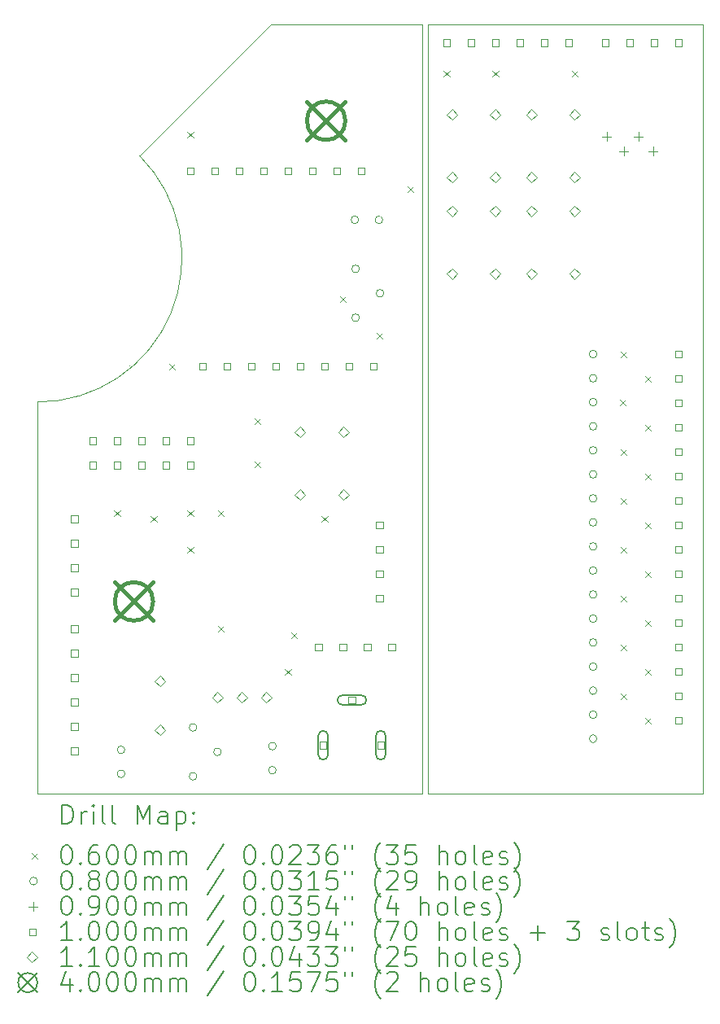
<source format=gbr>
%TF.GenerationSoftware,KiCad,Pcbnew,(6.0.7)*%
%TF.CreationDate,2022-08-10T21:00:46+08:00*%
%TF.ProjectId,TurnsCounter,5475726e-7343-46f7-956e-7465722e6b69,rev?*%
%TF.SameCoordinates,PX8d707f0PY7735940*%
%TF.FileFunction,Drillmap*%
%TF.FilePolarity,Positive*%
%FSLAX45Y45*%
G04 Gerber Fmt 4.5, Leading zero omitted, Abs format (unit mm)*
G04 Created by KiCad (PCBNEW (6.0.7)) date 2022-08-10 21:00:46*
%MOMM*%
%LPD*%
G01*
G04 APERTURE LIST*
%ADD10C,0.100000*%
%ADD11C,0.200000*%
%ADD12C,0.060000*%
%ADD13C,0.080000*%
%ADD14C,0.090000*%
%ADD15C,0.110000*%
%ADD16C,0.400000*%
G04 APERTURE END LIST*
D10*
X950000Y4450000D02*
G75*
G03*
X950000Y4450000I0J0D01*
G01*
X4000000Y8000000D02*
X2426000Y8000000D01*
X6921500Y0D02*
X6921500Y8001000D01*
X4000000Y0D02*
X4000000Y8000000D01*
X0Y0D02*
X0Y4074000D01*
X4064000Y0D02*
X6921500Y0D01*
X1060000Y6635000D02*
X2426000Y8000000D01*
X4064000Y8001000D02*
X4064000Y0D01*
X0Y0D02*
X4000000Y0D01*
X6921500Y8001000D02*
X4064000Y8001000D01*
X0Y4073999D02*
G75*
G03*
X1060000Y6635000I0J1499868D01*
G01*
D11*
D12*
X795500Y2951000D02*
X855500Y2891000D01*
X855500Y2951000D02*
X795500Y2891000D01*
X1176500Y2887500D02*
X1236500Y2827500D01*
X1236500Y2887500D02*
X1176500Y2827500D01*
X1367000Y4475000D02*
X1427000Y4415000D01*
X1427000Y4475000D02*
X1367000Y4415000D01*
X1557500Y6888000D02*
X1617500Y6828000D01*
X1617500Y6888000D02*
X1557500Y6828000D01*
X1557500Y2951000D02*
X1617500Y2891000D01*
X1617500Y2951000D02*
X1557500Y2891000D01*
X1557500Y2570000D02*
X1617500Y2510000D01*
X1617500Y2570000D02*
X1557500Y2510000D01*
X1875000Y2951000D02*
X1935000Y2891000D01*
X1935000Y2951000D02*
X1875000Y2891000D01*
X1875000Y1744500D02*
X1935000Y1684500D01*
X1935000Y1744500D02*
X1875000Y1684500D01*
X2256000Y3903500D02*
X2316000Y3843500D01*
X2316000Y3903500D02*
X2256000Y3843500D01*
X2256000Y3459000D02*
X2316000Y3399000D01*
X2316000Y3459000D02*
X2256000Y3399000D01*
X2573500Y1300000D02*
X2633500Y1240000D01*
X2633500Y1300000D02*
X2573500Y1240000D01*
X2637000Y1681000D02*
X2697000Y1621000D01*
X2697000Y1681000D02*
X2637000Y1621000D01*
X2954500Y2887500D02*
X3014500Y2827500D01*
X3014500Y2887500D02*
X2954500Y2827500D01*
X3145000Y5173500D02*
X3205000Y5113500D01*
X3205000Y5173500D02*
X3145000Y5113500D01*
X3526000Y4792500D02*
X3586000Y4732500D01*
X3586000Y4792500D02*
X3526000Y4732500D01*
X3845048Y6316500D02*
X3905048Y6256500D01*
X3905048Y6316500D02*
X3845048Y6256500D01*
X4224500Y7523000D02*
X4284500Y7463000D01*
X4284500Y7523000D02*
X4224500Y7463000D01*
X4732500Y7523000D02*
X4792500Y7463000D01*
X4792500Y7523000D02*
X4732500Y7463000D01*
X5558000Y7523000D02*
X5618000Y7463000D01*
X5618000Y7523000D02*
X5558000Y7463000D01*
X6058000Y4102000D02*
X6118000Y4042000D01*
X6118000Y4102000D02*
X6058000Y4042000D01*
X6066000Y4602000D02*
X6126000Y4542000D01*
X6126000Y4602000D02*
X6066000Y4542000D01*
X6066000Y3586000D02*
X6126000Y3526000D01*
X6126000Y3586000D02*
X6066000Y3526000D01*
X6066000Y3078000D02*
X6126000Y3018000D01*
X6126000Y3078000D02*
X6066000Y3018000D01*
X6066000Y2570000D02*
X6126000Y2510000D01*
X6126000Y2570000D02*
X6066000Y2510000D01*
X6066000Y2062000D02*
X6126000Y2002000D01*
X6126000Y2062000D02*
X6066000Y2002000D01*
X6066000Y1554000D02*
X6126000Y1494000D01*
X6126000Y1554000D02*
X6066000Y1494000D01*
X6066000Y1046000D02*
X6126000Y986000D01*
X6126000Y1046000D02*
X6066000Y986000D01*
X6320000Y4348000D02*
X6380000Y4288000D01*
X6380000Y4348000D02*
X6320000Y4288000D01*
X6320000Y3840000D02*
X6380000Y3780000D01*
X6380000Y3840000D02*
X6320000Y3780000D01*
X6320000Y3332000D02*
X6380000Y3272000D01*
X6380000Y3332000D02*
X6320000Y3272000D01*
X6320000Y2824000D02*
X6380000Y2764000D01*
X6380000Y2824000D02*
X6320000Y2764000D01*
X6320000Y2316000D02*
X6380000Y2256000D01*
X6380000Y2316000D02*
X6320000Y2256000D01*
X6320000Y1808000D02*
X6380000Y1748000D01*
X6380000Y1808000D02*
X6320000Y1748000D01*
X6320000Y1300000D02*
X6380000Y1240000D01*
X6380000Y1300000D02*
X6320000Y1240000D01*
X6320000Y792000D02*
X6380000Y732000D01*
X6380000Y792000D02*
X6320000Y732000D01*
D13*
X906200Y456400D02*
G75*
G03*
X906200Y456400I-40000J0D01*
G01*
X906200Y206400D02*
G75*
G03*
X906200Y206400I-40000J0D01*
G01*
X1655500Y689000D02*
G75*
G03*
X1655500Y689000I-40000J0D01*
G01*
X1655500Y181000D02*
G75*
G03*
X1655500Y181000I-40000J0D01*
G01*
X1909500Y435000D02*
G75*
G03*
X1909500Y435000I-40000J0D01*
G01*
X2481000Y494500D02*
G75*
G03*
X2481000Y494500I-40000J0D01*
G01*
X2481000Y244500D02*
G75*
G03*
X2481000Y244500I-40000J0D01*
G01*
X3339511Y5969000D02*
G75*
G03*
X3339511Y5969000I-40000J0D01*
G01*
X3346500Y5459500D02*
G75*
G03*
X3346500Y5459500I-40000J0D01*
G01*
X3346500Y4951500D02*
G75*
G03*
X3346500Y4951500I-40000J0D01*
G01*
X3589511Y5969000D02*
G75*
G03*
X3589511Y5969000I-40000J0D01*
G01*
X3600500Y5205500D02*
G75*
G03*
X3600500Y5205500I-40000J0D01*
G01*
X5818500Y4572000D02*
G75*
G03*
X5818500Y4572000I-40000J0D01*
G01*
X5818500Y4322000D02*
G75*
G03*
X5818500Y4322000I-40000J0D01*
G01*
X5818500Y4072000D02*
G75*
G03*
X5818500Y4072000I-40000J0D01*
G01*
X5818500Y3822000D02*
G75*
G03*
X5818500Y3822000I-40000J0D01*
G01*
X5818500Y3572000D02*
G75*
G03*
X5818500Y3572000I-40000J0D01*
G01*
X5818500Y3322000D02*
G75*
G03*
X5818500Y3322000I-40000J0D01*
G01*
X5818500Y3072000D02*
G75*
G03*
X5818500Y3072000I-40000J0D01*
G01*
X5818500Y2822000D02*
G75*
G03*
X5818500Y2822000I-40000J0D01*
G01*
X5818500Y2572000D02*
G75*
G03*
X5818500Y2572000I-40000J0D01*
G01*
X5818500Y2322000D02*
G75*
G03*
X5818500Y2322000I-40000J0D01*
G01*
X5818500Y2072000D02*
G75*
G03*
X5818500Y2072000I-40000J0D01*
G01*
X5818500Y1822000D02*
G75*
G03*
X5818500Y1822000I-40000J0D01*
G01*
X5818500Y1572000D02*
G75*
G03*
X5818500Y1572000I-40000J0D01*
G01*
X5818500Y1322000D02*
G75*
G03*
X5818500Y1322000I-40000J0D01*
G01*
X5818500Y1072000D02*
G75*
G03*
X5818500Y1072000I-40000J0D01*
G01*
X5818500Y822000D02*
G75*
G03*
X5818500Y822000I-40000J0D01*
G01*
X5818500Y572000D02*
G75*
G03*
X5818500Y572000I-40000J0D01*
G01*
D14*
X5918500Y6879900D02*
X5918500Y6789900D01*
X5873500Y6834900D02*
X5963500Y6834900D01*
X6096300Y6727500D02*
X6096300Y6637500D01*
X6051300Y6682500D02*
X6141300Y6682500D01*
X6248700Y6879900D02*
X6248700Y6789900D01*
X6203700Y6834900D02*
X6293700Y6834900D01*
X6401100Y6727500D02*
X6401100Y6637500D01*
X6356100Y6682500D02*
X6446100Y6682500D01*
D10*
X416356Y2822144D02*
X416356Y2892856D01*
X345644Y2892856D01*
X345644Y2822144D01*
X416356Y2822144D01*
X416356Y2568144D02*
X416356Y2638856D01*
X345644Y2638856D01*
X345644Y2568144D01*
X416356Y2568144D01*
X416356Y2314144D02*
X416356Y2384856D01*
X345644Y2384856D01*
X345644Y2314144D01*
X416356Y2314144D01*
X416356Y2060144D02*
X416356Y2130856D01*
X345644Y2130856D01*
X345644Y2060144D01*
X416356Y2060144D01*
X416356Y1679144D02*
X416356Y1749856D01*
X345644Y1749856D01*
X345644Y1679144D01*
X416356Y1679144D01*
X416356Y1425144D02*
X416356Y1495856D01*
X345644Y1495856D01*
X345644Y1425144D01*
X416356Y1425144D01*
X416356Y1171144D02*
X416356Y1241856D01*
X345644Y1241856D01*
X345644Y1171144D01*
X416356Y1171144D01*
X416356Y917144D02*
X416356Y987856D01*
X345644Y987856D01*
X345644Y917144D01*
X416356Y917144D01*
X416356Y663144D02*
X416356Y733856D01*
X345644Y733856D01*
X345644Y663144D01*
X416356Y663144D01*
X416356Y409144D02*
X416356Y479856D01*
X345644Y479856D01*
X345644Y409144D01*
X416356Y409144D01*
X606856Y3635894D02*
X606856Y3706606D01*
X536144Y3706606D01*
X536144Y3635894D01*
X606856Y3635894D01*
X606856Y3381894D02*
X606856Y3452606D01*
X536144Y3452606D01*
X536144Y3381894D01*
X606856Y3381894D01*
X860856Y3635894D02*
X860856Y3706606D01*
X790144Y3706606D01*
X790144Y3635894D01*
X860856Y3635894D01*
X860856Y3381894D02*
X860856Y3452606D01*
X790144Y3452606D01*
X790144Y3381894D01*
X860856Y3381894D01*
X1114856Y3635894D02*
X1114856Y3706606D01*
X1044144Y3706606D01*
X1044144Y3635894D01*
X1114856Y3635894D01*
X1114856Y3381894D02*
X1114856Y3452606D01*
X1044144Y3452606D01*
X1044144Y3381894D01*
X1114856Y3381894D01*
X1368856Y3635894D02*
X1368856Y3706606D01*
X1298144Y3706606D01*
X1298144Y3635894D01*
X1368856Y3635894D01*
X1368856Y3381894D02*
X1368856Y3452606D01*
X1298144Y3452606D01*
X1298144Y3381894D01*
X1368856Y3381894D01*
X1622856Y6441644D02*
X1622856Y6512356D01*
X1552144Y6512356D01*
X1552144Y6441644D01*
X1622856Y6441644D01*
X1622856Y3635894D02*
X1622856Y3706606D01*
X1552144Y3706606D01*
X1552144Y3635894D01*
X1622856Y3635894D01*
X1622856Y3381894D02*
X1622856Y3452606D01*
X1552144Y3452606D01*
X1552144Y3381894D01*
X1622856Y3381894D01*
X1749856Y4409644D02*
X1749856Y4480356D01*
X1679144Y4480356D01*
X1679144Y4409644D01*
X1749856Y4409644D01*
X1876856Y6441644D02*
X1876856Y6512356D01*
X1806144Y6512356D01*
X1806144Y6441644D01*
X1876856Y6441644D01*
X2003856Y4409644D02*
X2003856Y4480356D01*
X1933144Y4480356D01*
X1933144Y4409644D01*
X2003856Y4409644D01*
X2130856Y6441644D02*
X2130856Y6512356D01*
X2060144Y6512356D01*
X2060144Y6441644D01*
X2130856Y6441644D01*
X2257856Y4409644D02*
X2257856Y4480356D01*
X2187144Y4480356D01*
X2187144Y4409644D01*
X2257856Y4409644D01*
X2384856Y6441644D02*
X2384856Y6512356D01*
X2314144Y6512356D01*
X2314144Y6441644D01*
X2384856Y6441644D01*
X2511856Y4409644D02*
X2511856Y4480356D01*
X2441144Y4480356D01*
X2441144Y4409644D01*
X2511856Y4409644D01*
X2638856Y6441644D02*
X2638856Y6512356D01*
X2568144Y6512356D01*
X2568144Y6441644D01*
X2638856Y6441644D01*
X2765856Y4409644D02*
X2765856Y4480356D01*
X2695144Y4480356D01*
X2695144Y4409644D01*
X2765856Y4409644D01*
X2892856Y6441644D02*
X2892856Y6512356D01*
X2822144Y6512356D01*
X2822144Y6441644D01*
X2892856Y6441644D01*
X2956356Y1488644D02*
X2956356Y1559356D01*
X2885644Y1559356D01*
X2885644Y1488644D01*
X2956356Y1488644D01*
X3004356Y468894D02*
X3004356Y539606D01*
X2933644Y539606D01*
X2933644Y468894D01*
X3004356Y468894D01*
D11*
X3019000Y404250D02*
X3019000Y604250D01*
X2919000Y404250D02*
X2919000Y604250D01*
X3019000Y604250D02*
G75*
G03*
X2919000Y604250I-50000J0D01*
G01*
X2919000Y404250D02*
G75*
G03*
X3019000Y404250I50000J0D01*
G01*
D10*
X3019856Y4409644D02*
X3019856Y4480356D01*
X2949144Y4480356D01*
X2949144Y4409644D01*
X3019856Y4409644D01*
X3146856Y6441644D02*
X3146856Y6512356D01*
X3076144Y6512356D01*
X3076144Y6441644D01*
X3146856Y6441644D01*
X3210356Y1488644D02*
X3210356Y1559356D01*
X3139644Y1559356D01*
X3139644Y1488644D01*
X3210356Y1488644D01*
X3273856Y4409644D02*
X3273856Y4480356D01*
X3203144Y4480356D01*
X3203144Y4409644D01*
X3273856Y4409644D01*
X3304356Y938894D02*
X3304356Y1009606D01*
X3233644Y1009606D01*
X3233644Y938894D01*
X3304356Y938894D01*
D11*
X3369000Y1024250D02*
X3169000Y1024250D01*
X3369000Y924250D02*
X3169000Y924250D01*
X3169000Y1024250D02*
G75*
G03*
X3169000Y924250I0J-50000D01*
G01*
X3369000Y924250D02*
G75*
G03*
X3369000Y1024250I0J50000D01*
G01*
D10*
X3400856Y6441644D02*
X3400856Y6512356D01*
X3330144Y6512356D01*
X3330144Y6441644D01*
X3400856Y6441644D01*
X3464356Y1488644D02*
X3464356Y1559356D01*
X3393644Y1559356D01*
X3393644Y1488644D01*
X3464356Y1488644D01*
X3527856Y4409644D02*
X3527856Y4480356D01*
X3457144Y4480356D01*
X3457144Y4409644D01*
X3527856Y4409644D01*
X3591356Y2758644D02*
X3591356Y2829356D01*
X3520644Y2829356D01*
X3520644Y2758644D01*
X3591356Y2758644D01*
X3591356Y2504644D02*
X3591356Y2575356D01*
X3520644Y2575356D01*
X3520644Y2504644D01*
X3591356Y2504644D01*
X3591356Y2250644D02*
X3591356Y2321356D01*
X3520644Y2321356D01*
X3520644Y2250644D01*
X3591356Y2250644D01*
X3591356Y1996644D02*
X3591356Y2067356D01*
X3520644Y2067356D01*
X3520644Y1996644D01*
X3591356Y1996644D01*
X3604356Y468894D02*
X3604356Y539606D01*
X3533644Y539606D01*
X3533644Y468894D01*
X3604356Y468894D01*
D11*
X3619000Y404250D02*
X3619000Y604250D01*
X3519000Y404250D02*
X3519000Y604250D01*
X3619000Y604250D02*
G75*
G03*
X3519000Y604250I-50000J0D01*
G01*
X3519000Y404250D02*
G75*
G03*
X3619000Y404250I50000J0D01*
G01*
D10*
X3718356Y1488644D02*
X3718356Y1559356D01*
X3647644Y1559356D01*
X3647644Y1488644D01*
X3718356Y1488644D01*
X4289856Y7775144D02*
X4289856Y7845856D01*
X4219144Y7845856D01*
X4219144Y7775144D01*
X4289856Y7775144D01*
X4543856Y7775144D02*
X4543856Y7845856D01*
X4473144Y7845856D01*
X4473144Y7775144D01*
X4543856Y7775144D01*
X4797856Y7775144D02*
X4797856Y7845856D01*
X4727144Y7845856D01*
X4727144Y7775144D01*
X4797856Y7775144D01*
X5051856Y7775144D02*
X5051856Y7845856D01*
X4981144Y7845856D01*
X4981144Y7775144D01*
X5051856Y7775144D01*
X5305856Y7775144D02*
X5305856Y7845856D01*
X5235144Y7845856D01*
X5235144Y7775144D01*
X5305856Y7775144D01*
X5559856Y7775144D02*
X5559856Y7845856D01*
X5489144Y7845856D01*
X5489144Y7775144D01*
X5559856Y7775144D01*
X5940856Y7775144D02*
X5940856Y7845856D01*
X5870144Y7845856D01*
X5870144Y7775144D01*
X5940856Y7775144D01*
X6194856Y7775144D02*
X6194856Y7845856D01*
X6124144Y7845856D01*
X6124144Y7775144D01*
X6194856Y7775144D01*
X6448856Y7775144D02*
X6448856Y7845856D01*
X6378144Y7845856D01*
X6378144Y7775144D01*
X6448856Y7775144D01*
X6702856Y7775144D02*
X6702856Y7845856D01*
X6632144Y7845856D01*
X6632144Y7775144D01*
X6702856Y7775144D01*
X6702856Y4536644D02*
X6702856Y4607356D01*
X6632144Y4607356D01*
X6632144Y4536644D01*
X6702856Y4536644D01*
X6702856Y4282644D02*
X6702856Y4353356D01*
X6632144Y4353356D01*
X6632144Y4282644D01*
X6702856Y4282644D01*
X6702856Y4028644D02*
X6702856Y4099356D01*
X6632144Y4099356D01*
X6632144Y4028644D01*
X6702856Y4028644D01*
X6702856Y3774644D02*
X6702856Y3845356D01*
X6632144Y3845356D01*
X6632144Y3774644D01*
X6702856Y3774644D01*
X6702856Y3520644D02*
X6702856Y3591356D01*
X6632144Y3591356D01*
X6632144Y3520644D01*
X6702856Y3520644D01*
X6702856Y3266644D02*
X6702856Y3337356D01*
X6632144Y3337356D01*
X6632144Y3266644D01*
X6702856Y3266644D01*
X6702856Y3012644D02*
X6702856Y3083356D01*
X6632144Y3083356D01*
X6632144Y3012644D01*
X6702856Y3012644D01*
X6702856Y2758644D02*
X6702856Y2829356D01*
X6632144Y2829356D01*
X6632144Y2758644D01*
X6702856Y2758644D01*
X6702856Y2504644D02*
X6702856Y2575356D01*
X6632144Y2575356D01*
X6632144Y2504644D01*
X6702856Y2504644D01*
X6702856Y2250644D02*
X6702856Y2321356D01*
X6632144Y2321356D01*
X6632144Y2250644D01*
X6702856Y2250644D01*
X6702856Y1996644D02*
X6702856Y2067356D01*
X6632144Y2067356D01*
X6632144Y1996644D01*
X6702856Y1996644D01*
X6702856Y1742644D02*
X6702856Y1813356D01*
X6632144Y1813356D01*
X6632144Y1742644D01*
X6702856Y1742644D01*
X6702856Y1488644D02*
X6702856Y1559356D01*
X6632144Y1559356D01*
X6632144Y1488644D01*
X6702856Y1488644D01*
X6702856Y1234644D02*
X6702856Y1305356D01*
X6632144Y1305356D01*
X6632144Y1234644D01*
X6702856Y1234644D01*
X6702856Y980644D02*
X6702856Y1051356D01*
X6632144Y1051356D01*
X6632144Y980644D01*
X6702856Y980644D01*
X6702856Y726644D02*
X6702856Y797356D01*
X6632144Y797356D01*
X6632144Y726644D01*
X6702856Y726644D01*
D15*
X1272600Y1116600D02*
X1327600Y1171600D01*
X1272600Y1226600D01*
X1217600Y1171600D01*
X1272600Y1116600D01*
X1272600Y608600D02*
X1327600Y663600D01*
X1272600Y718600D01*
X1217600Y663600D01*
X1272600Y608600D01*
X1869500Y945000D02*
X1924500Y1000000D01*
X1869500Y1055000D01*
X1814500Y1000000D01*
X1869500Y945000D01*
X2123500Y945000D02*
X2178500Y1000000D01*
X2123500Y1055000D01*
X2068500Y1000000D01*
X2123500Y945000D01*
X2377500Y945000D02*
X2432500Y1000000D01*
X2377500Y1055000D01*
X2322500Y1000000D01*
X2377500Y945000D01*
X2730500Y3706500D02*
X2785500Y3761500D01*
X2730500Y3816500D01*
X2675500Y3761500D01*
X2730500Y3706500D01*
X2730500Y3056500D02*
X2785500Y3111500D01*
X2730500Y3166500D01*
X2675500Y3111500D01*
X2730500Y3056500D01*
X3180500Y3706500D02*
X3235500Y3761500D01*
X3180500Y3816500D01*
X3125500Y3761500D01*
X3180500Y3706500D01*
X3180500Y3056500D02*
X3235500Y3111500D01*
X3180500Y3166500D01*
X3125500Y3111500D01*
X3180500Y3056500D01*
X4312500Y7008500D02*
X4367500Y7063500D01*
X4312500Y7118500D01*
X4257500Y7063500D01*
X4312500Y7008500D01*
X4312500Y6358500D02*
X4367500Y6413500D01*
X4312500Y6468500D01*
X4257500Y6413500D01*
X4312500Y6358500D01*
X4312500Y6005000D02*
X4367500Y6060000D01*
X4312500Y6115000D01*
X4257500Y6060000D01*
X4312500Y6005000D01*
X4312500Y5355000D02*
X4367500Y5410000D01*
X4312500Y5465000D01*
X4257500Y5410000D01*
X4312500Y5355000D01*
X4762500Y7008500D02*
X4817500Y7063500D01*
X4762500Y7118500D01*
X4707500Y7063500D01*
X4762500Y7008500D01*
X4762500Y6358500D02*
X4817500Y6413500D01*
X4762500Y6468500D01*
X4707500Y6413500D01*
X4762500Y6358500D01*
X4762500Y6005000D02*
X4817500Y6060000D01*
X4762500Y6115000D01*
X4707500Y6060000D01*
X4762500Y6005000D01*
X4762500Y5355000D02*
X4817500Y5410000D01*
X4762500Y5465000D01*
X4707500Y5410000D01*
X4762500Y5355000D01*
X5138000Y7008500D02*
X5193000Y7063500D01*
X5138000Y7118500D01*
X5083000Y7063500D01*
X5138000Y7008500D01*
X5138000Y6358500D02*
X5193000Y6413500D01*
X5138000Y6468500D01*
X5083000Y6413500D01*
X5138000Y6358500D01*
X5138000Y6005000D02*
X5193000Y6060000D01*
X5138000Y6115000D01*
X5083000Y6060000D01*
X5138000Y6005000D01*
X5138000Y5355000D02*
X5193000Y5410000D01*
X5138000Y5465000D01*
X5083000Y5410000D01*
X5138000Y5355000D01*
X5588000Y7008500D02*
X5643000Y7063500D01*
X5588000Y7118500D01*
X5533000Y7063500D01*
X5588000Y7008500D01*
X5588000Y6358500D02*
X5643000Y6413500D01*
X5588000Y6468500D01*
X5533000Y6413500D01*
X5588000Y6358500D01*
X5588000Y6005000D02*
X5643000Y6060000D01*
X5588000Y6115000D01*
X5533000Y6060000D01*
X5588000Y6005000D01*
X5588000Y5355000D02*
X5643000Y5410000D01*
X5588000Y5465000D01*
X5533000Y5410000D01*
X5588000Y5355000D01*
D16*
X800000Y2200000D02*
X1200000Y1800000D01*
X1200000Y2200000D02*
X800000Y1800000D01*
X1200000Y2000000D02*
G75*
G03*
X1200000Y2000000I-200000J0D01*
G01*
X2800000Y7200000D02*
X3200000Y6800000D01*
X3200000Y7200000D02*
X2800000Y6800000D01*
X3200000Y7000000D02*
G75*
G03*
X3200000Y7000000I-200000J0D01*
G01*
D11*
X252619Y-315476D02*
X252619Y-115476D01*
X300238Y-115476D01*
X328810Y-125000D01*
X347857Y-144048D01*
X357381Y-163095D01*
X366905Y-201190D01*
X366905Y-229762D01*
X357381Y-267857D01*
X347857Y-286905D01*
X328810Y-305952D01*
X300238Y-315476D01*
X252619Y-315476D01*
X452619Y-315476D02*
X452619Y-182143D01*
X452619Y-220238D02*
X462143Y-201190D01*
X471667Y-191667D01*
X490714Y-182143D01*
X509762Y-182143D01*
X576429Y-315476D02*
X576429Y-182143D01*
X576429Y-115476D02*
X566905Y-125000D01*
X576429Y-134524D01*
X585952Y-125000D01*
X576429Y-115476D01*
X576429Y-134524D01*
X700238Y-315476D02*
X681190Y-305952D01*
X671667Y-286905D01*
X671667Y-115476D01*
X805000Y-315476D02*
X785952Y-305952D01*
X776428Y-286905D01*
X776428Y-115476D01*
X1033571Y-315476D02*
X1033571Y-115476D01*
X1100238Y-258333D01*
X1166905Y-115476D01*
X1166905Y-315476D01*
X1347857Y-315476D02*
X1347857Y-210714D01*
X1338333Y-191667D01*
X1319286Y-182143D01*
X1281190Y-182143D01*
X1262143Y-191667D01*
X1347857Y-305952D02*
X1328810Y-315476D01*
X1281190Y-315476D01*
X1262143Y-305952D01*
X1252619Y-286905D01*
X1252619Y-267857D01*
X1262143Y-248809D01*
X1281190Y-239286D01*
X1328810Y-239286D01*
X1347857Y-229762D01*
X1443095Y-182143D02*
X1443095Y-382143D01*
X1443095Y-191667D02*
X1462143Y-182143D01*
X1500238Y-182143D01*
X1519286Y-191667D01*
X1528809Y-201190D01*
X1538333Y-220238D01*
X1538333Y-277381D01*
X1528809Y-296429D01*
X1519286Y-305952D01*
X1500238Y-315476D01*
X1462143Y-315476D01*
X1443095Y-305952D01*
X1624048Y-296429D02*
X1633571Y-305952D01*
X1624048Y-315476D01*
X1614524Y-305952D01*
X1624048Y-296429D01*
X1624048Y-315476D01*
X1624048Y-191667D02*
X1633571Y-201190D01*
X1624048Y-210714D01*
X1614524Y-201190D01*
X1624048Y-191667D01*
X1624048Y-210714D01*
D12*
X-65000Y-615000D02*
X-5000Y-675000D01*
X-5000Y-615000D02*
X-65000Y-675000D01*
D11*
X290714Y-535476D02*
X309762Y-535476D01*
X328810Y-545000D01*
X338333Y-554524D01*
X347857Y-573571D01*
X357381Y-611667D01*
X357381Y-659286D01*
X347857Y-697381D01*
X338333Y-716428D01*
X328810Y-725952D01*
X309762Y-735476D01*
X290714Y-735476D01*
X271667Y-725952D01*
X262143Y-716428D01*
X252619Y-697381D01*
X243095Y-659286D01*
X243095Y-611667D01*
X252619Y-573571D01*
X262143Y-554524D01*
X271667Y-545000D01*
X290714Y-535476D01*
X443095Y-716428D02*
X452619Y-725952D01*
X443095Y-735476D01*
X433571Y-725952D01*
X443095Y-716428D01*
X443095Y-735476D01*
X624048Y-535476D02*
X585952Y-535476D01*
X566905Y-545000D01*
X557381Y-554524D01*
X538333Y-583095D01*
X528810Y-621190D01*
X528810Y-697381D01*
X538333Y-716428D01*
X547857Y-725952D01*
X566905Y-735476D01*
X605000Y-735476D01*
X624048Y-725952D01*
X633571Y-716428D01*
X643095Y-697381D01*
X643095Y-649762D01*
X633571Y-630714D01*
X624048Y-621190D01*
X605000Y-611667D01*
X566905Y-611667D01*
X547857Y-621190D01*
X538333Y-630714D01*
X528810Y-649762D01*
X766905Y-535476D02*
X785952Y-535476D01*
X805000Y-545000D01*
X814524Y-554524D01*
X824048Y-573571D01*
X833571Y-611667D01*
X833571Y-659286D01*
X824048Y-697381D01*
X814524Y-716428D01*
X805000Y-725952D01*
X785952Y-735476D01*
X766905Y-735476D01*
X747857Y-725952D01*
X738333Y-716428D01*
X728809Y-697381D01*
X719286Y-659286D01*
X719286Y-611667D01*
X728809Y-573571D01*
X738333Y-554524D01*
X747857Y-545000D01*
X766905Y-535476D01*
X957381Y-535476D02*
X976428Y-535476D01*
X995476Y-545000D01*
X1005000Y-554524D01*
X1014524Y-573571D01*
X1024048Y-611667D01*
X1024048Y-659286D01*
X1014524Y-697381D01*
X1005000Y-716428D01*
X995476Y-725952D01*
X976428Y-735476D01*
X957381Y-735476D01*
X938333Y-725952D01*
X928809Y-716428D01*
X919286Y-697381D01*
X909762Y-659286D01*
X909762Y-611667D01*
X919286Y-573571D01*
X928809Y-554524D01*
X938333Y-545000D01*
X957381Y-535476D01*
X1109762Y-735476D02*
X1109762Y-602143D01*
X1109762Y-621190D02*
X1119286Y-611667D01*
X1138333Y-602143D01*
X1166905Y-602143D01*
X1185952Y-611667D01*
X1195476Y-630714D01*
X1195476Y-735476D01*
X1195476Y-630714D02*
X1205000Y-611667D01*
X1224048Y-602143D01*
X1252619Y-602143D01*
X1271667Y-611667D01*
X1281190Y-630714D01*
X1281190Y-735476D01*
X1376429Y-735476D02*
X1376429Y-602143D01*
X1376429Y-621190D02*
X1385952Y-611667D01*
X1405000Y-602143D01*
X1433571Y-602143D01*
X1452619Y-611667D01*
X1462143Y-630714D01*
X1462143Y-735476D01*
X1462143Y-630714D02*
X1471667Y-611667D01*
X1490714Y-602143D01*
X1519286Y-602143D01*
X1538333Y-611667D01*
X1547857Y-630714D01*
X1547857Y-735476D01*
X1938333Y-525952D02*
X1766905Y-783095D01*
X2195476Y-535476D02*
X2214524Y-535476D01*
X2233571Y-545000D01*
X2243095Y-554524D01*
X2252619Y-573571D01*
X2262143Y-611667D01*
X2262143Y-659286D01*
X2252619Y-697381D01*
X2243095Y-716428D01*
X2233571Y-725952D01*
X2214524Y-735476D01*
X2195476Y-735476D01*
X2176429Y-725952D01*
X2166905Y-716428D01*
X2157381Y-697381D01*
X2147857Y-659286D01*
X2147857Y-611667D01*
X2157381Y-573571D01*
X2166905Y-554524D01*
X2176429Y-545000D01*
X2195476Y-535476D01*
X2347857Y-716428D02*
X2357381Y-725952D01*
X2347857Y-735476D01*
X2338333Y-725952D01*
X2347857Y-716428D01*
X2347857Y-735476D01*
X2481190Y-535476D02*
X2500238Y-535476D01*
X2519286Y-545000D01*
X2528810Y-554524D01*
X2538333Y-573571D01*
X2547857Y-611667D01*
X2547857Y-659286D01*
X2538333Y-697381D01*
X2528810Y-716428D01*
X2519286Y-725952D01*
X2500238Y-735476D01*
X2481190Y-735476D01*
X2462143Y-725952D01*
X2452619Y-716428D01*
X2443095Y-697381D01*
X2433571Y-659286D01*
X2433571Y-611667D01*
X2443095Y-573571D01*
X2452619Y-554524D01*
X2462143Y-545000D01*
X2481190Y-535476D01*
X2624048Y-554524D02*
X2633571Y-545000D01*
X2652619Y-535476D01*
X2700238Y-535476D01*
X2719286Y-545000D01*
X2728810Y-554524D01*
X2738333Y-573571D01*
X2738333Y-592619D01*
X2728810Y-621190D01*
X2614524Y-735476D01*
X2738333Y-735476D01*
X2805000Y-535476D02*
X2928809Y-535476D01*
X2862143Y-611667D01*
X2890714Y-611667D01*
X2909762Y-621190D01*
X2919286Y-630714D01*
X2928809Y-649762D01*
X2928809Y-697381D01*
X2919286Y-716428D01*
X2909762Y-725952D01*
X2890714Y-735476D01*
X2833571Y-735476D01*
X2814524Y-725952D01*
X2805000Y-716428D01*
X3100238Y-535476D02*
X3062143Y-535476D01*
X3043095Y-545000D01*
X3033571Y-554524D01*
X3014524Y-583095D01*
X3005000Y-621190D01*
X3005000Y-697381D01*
X3014524Y-716428D01*
X3024048Y-725952D01*
X3043095Y-735476D01*
X3081190Y-735476D01*
X3100238Y-725952D01*
X3109762Y-716428D01*
X3119286Y-697381D01*
X3119286Y-649762D01*
X3109762Y-630714D01*
X3100238Y-621190D01*
X3081190Y-611667D01*
X3043095Y-611667D01*
X3024048Y-621190D01*
X3014524Y-630714D01*
X3005000Y-649762D01*
X3195476Y-535476D02*
X3195476Y-573571D01*
X3271667Y-535476D02*
X3271667Y-573571D01*
X3566905Y-811667D02*
X3557381Y-802143D01*
X3538333Y-773571D01*
X3528809Y-754524D01*
X3519286Y-725952D01*
X3509762Y-678333D01*
X3509762Y-640238D01*
X3519286Y-592619D01*
X3528809Y-564048D01*
X3538333Y-545000D01*
X3557381Y-516428D01*
X3566905Y-506905D01*
X3624048Y-535476D02*
X3747857Y-535476D01*
X3681190Y-611667D01*
X3709762Y-611667D01*
X3728809Y-621190D01*
X3738333Y-630714D01*
X3747857Y-649762D01*
X3747857Y-697381D01*
X3738333Y-716428D01*
X3728809Y-725952D01*
X3709762Y-735476D01*
X3652619Y-735476D01*
X3633571Y-725952D01*
X3624048Y-716428D01*
X3928809Y-535476D02*
X3833571Y-535476D01*
X3824048Y-630714D01*
X3833571Y-621190D01*
X3852619Y-611667D01*
X3900238Y-611667D01*
X3919286Y-621190D01*
X3928809Y-630714D01*
X3938333Y-649762D01*
X3938333Y-697381D01*
X3928809Y-716428D01*
X3919286Y-725952D01*
X3900238Y-735476D01*
X3852619Y-735476D01*
X3833571Y-725952D01*
X3824048Y-716428D01*
X4176428Y-735476D02*
X4176428Y-535476D01*
X4262143Y-735476D02*
X4262143Y-630714D01*
X4252619Y-611667D01*
X4233571Y-602143D01*
X4205000Y-602143D01*
X4185952Y-611667D01*
X4176428Y-621190D01*
X4385952Y-735476D02*
X4366905Y-725952D01*
X4357381Y-716428D01*
X4347857Y-697381D01*
X4347857Y-640238D01*
X4357381Y-621190D01*
X4366905Y-611667D01*
X4385952Y-602143D01*
X4414524Y-602143D01*
X4433571Y-611667D01*
X4443095Y-621190D01*
X4452619Y-640238D01*
X4452619Y-697381D01*
X4443095Y-716428D01*
X4433571Y-725952D01*
X4414524Y-735476D01*
X4385952Y-735476D01*
X4566905Y-735476D02*
X4547857Y-725952D01*
X4538333Y-706905D01*
X4538333Y-535476D01*
X4719286Y-725952D02*
X4700238Y-735476D01*
X4662143Y-735476D01*
X4643095Y-725952D01*
X4633571Y-706905D01*
X4633571Y-630714D01*
X4643095Y-611667D01*
X4662143Y-602143D01*
X4700238Y-602143D01*
X4719286Y-611667D01*
X4728810Y-630714D01*
X4728810Y-649762D01*
X4633571Y-668810D01*
X4805000Y-725952D02*
X4824048Y-735476D01*
X4862143Y-735476D01*
X4881190Y-725952D01*
X4890714Y-706905D01*
X4890714Y-697381D01*
X4881190Y-678333D01*
X4862143Y-668810D01*
X4833571Y-668810D01*
X4814524Y-659286D01*
X4805000Y-640238D01*
X4805000Y-630714D01*
X4814524Y-611667D01*
X4833571Y-602143D01*
X4862143Y-602143D01*
X4881190Y-611667D01*
X4957381Y-811667D02*
X4966905Y-802143D01*
X4985952Y-773571D01*
X4995476Y-754524D01*
X5005000Y-725952D01*
X5014524Y-678333D01*
X5014524Y-640238D01*
X5005000Y-592619D01*
X4995476Y-564048D01*
X4985952Y-545000D01*
X4966905Y-516428D01*
X4957381Y-506905D01*
D13*
X-5000Y-909000D02*
G75*
G03*
X-5000Y-909000I-40000J0D01*
G01*
D11*
X290714Y-799476D02*
X309762Y-799476D01*
X328810Y-809000D01*
X338333Y-818524D01*
X347857Y-837571D01*
X357381Y-875667D01*
X357381Y-923286D01*
X347857Y-961381D01*
X338333Y-980428D01*
X328810Y-989952D01*
X309762Y-999476D01*
X290714Y-999476D01*
X271667Y-989952D01*
X262143Y-980428D01*
X252619Y-961381D01*
X243095Y-923286D01*
X243095Y-875667D01*
X252619Y-837571D01*
X262143Y-818524D01*
X271667Y-809000D01*
X290714Y-799476D01*
X443095Y-980428D02*
X452619Y-989952D01*
X443095Y-999476D01*
X433571Y-989952D01*
X443095Y-980428D01*
X443095Y-999476D01*
X566905Y-885190D02*
X547857Y-875667D01*
X538333Y-866143D01*
X528810Y-847095D01*
X528810Y-837571D01*
X538333Y-818524D01*
X547857Y-809000D01*
X566905Y-799476D01*
X605000Y-799476D01*
X624048Y-809000D01*
X633571Y-818524D01*
X643095Y-837571D01*
X643095Y-847095D01*
X633571Y-866143D01*
X624048Y-875667D01*
X605000Y-885190D01*
X566905Y-885190D01*
X547857Y-894714D01*
X538333Y-904238D01*
X528810Y-923286D01*
X528810Y-961381D01*
X538333Y-980428D01*
X547857Y-989952D01*
X566905Y-999476D01*
X605000Y-999476D01*
X624048Y-989952D01*
X633571Y-980428D01*
X643095Y-961381D01*
X643095Y-923286D01*
X633571Y-904238D01*
X624048Y-894714D01*
X605000Y-885190D01*
X766905Y-799476D02*
X785952Y-799476D01*
X805000Y-809000D01*
X814524Y-818524D01*
X824048Y-837571D01*
X833571Y-875667D01*
X833571Y-923286D01*
X824048Y-961381D01*
X814524Y-980428D01*
X805000Y-989952D01*
X785952Y-999476D01*
X766905Y-999476D01*
X747857Y-989952D01*
X738333Y-980428D01*
X728809Y-961381D01*
X719286Y-923286D01*
X719286Y-875667D01*
X728809Y-837571D01*
X738333Y-818524D01*
X747857Y-809000D01*
X766905Y-799476D01*
X957381Y-799476D02*
X976428Y-799476D01*
X995476Y-809000D01*
X1005000Y-818524D01*
X1014524Y-837571D01*
X1024048Y-875667D01*
X1024048Y-923286D01*
X1014524Y-961381D01*
X1005000Y-980428D01*
X995476Y-989952D01*
X976428Y-999476D01*
X957381Y-999476D01*
X938333Y-989952D01*
X928809Y-980428D01*
X919286Y-961381D01*
X909762Y-923286D01*
X909762Y-875667D01*
X919286Y-837571D01*
X928809Y-818524D01*
X938333Y-809000D01*
X957381Y-799476D01*
X1109762Y-999476D02*
X1109762Y-866143D01*
X1109762Y-885190D02*
X1119286Y-875667D01*
X1138333Y-866143D01*
X1166905Y-866143D01*
X1185952Y-875667D01*
X1195476Y-894714D01*
X1195476Y-999476D01*
X1195476Y-894714D02*
X1205000Y-875667D01*
X1224048Y-866143D01*
X1252619Y-866143D01*
X1271667Y-875667D01*
X1281190Y-894714D01*
X1281190Y-999476D01*
X1376429Y-999476D02*
X1376429Y-866143D01*
X1376429Y-885190D02*
X1385952Y-875667D01*
X1405000Y-866143D01*
X1433571Y-866143D01*
X1452619Y-875667D01*
X1462143Y-894714D01*
X1462143Y-999476D01*
X1462143Y-894714D02*
X1471667Y-875667D01*
X1490714Y-866143D01*
X1519286Y-866143D01*
X1538333Y-875667D01*
X1547857Y-894714D01*
X1547857Y-999476D01*
X1938333Y-789952D02*
X1766905Y-1047095D01*
X2195476Y-799476D02*
X2214524Y-799476D01*
X2233571Y-809000D01*
X2243095Y-818524D01*
X2252619Y-837571D01*
X2262143Y-875667D01*
X2262143Y-923286D01*
X2252619Y-961381D01*
X2243095Y-980428D01*
X2233571Y-989952D01*
X2214524Y-999476D01*
X2195476Y-999476D01*
X2176429Y-989952D01*
X2166905Y-980428D01*
X2157381Y-961381D01*
X2147857Y-923286D01*
X2147857Y-875667D01*
X2157381Y-837571D01*
X2166905Y-818524D01*
X2176429Y-809000D01*
X2195476Y-799476D01*
X2347857Y-980428D02*
X2357381Y-989952D01*
X2347857Y-999476D01*
X2338333Y-989952D01*
X2347857Y-980428D01*
X2347857Y-999476D01*
X2481190Y-799476D02*
X2500238Y-799476D01*
X2519286Y-809000D01*
X2528810Y-818524D01*
X2538333Y-837571D01*
X2547857Y-875667D01*
X2547857Y-923286D01*
X2538333Y-961381D01*
X2528810Y-980428D01*
X2519286Y-989952D01*
X2500238Y-999476D01*
X2481190Y-999476D01*
X2462143Y-989952D01*
X2452619Y-980428D01*
X2443095Y-961381D01*
X2433571Y-923286D01*
X2433571Y-875667D01*
X2443095Y-837571D01*
X2452619Y-818524D01*
X2462143Y-809000D01*
X2481190Y-799476D01*
X2614524Y-799476D02*
X2738333Y-799476D01*
X2671667Y-875667D01*
X2700238Y-875667D01*
X2719286Y-885190D01*
X2728810Y-894714D01*
X2738333Y-913762D01*
X2738333Y-961381D01*
X2728810Y-980428D01*
X2719286Y-989952D01*
X2700238Y-999476D01*
X2643095Y-999476D01*
X2624048Y-989952D01*
X2614524Y-980428D01*
X2928809Y-999476D02*
X2814524Y-999476D01*
X2871667Y-999476D02*
X2871667Y-799476D01*
X2852619Y-828048D01*
X2833571Y-847095D01*
X2814524Y-856619D01*
X3109762Y-799476D02*
X3014524Y-799476D01*
X3005000Y-894714D01*
X3014524Y-885190D01*
X3033571Y-875667D01*
X3081190Y-875667D01*
X3100238Y-885190D01*
X3109762Y-894714D01*
X3119286Y-913762D01*
X3119286Y-961381D01*
X3109762Y-980428D01*
X3100238Y-989952D01*
X3081190Y-999476D01*
X3033571Y-999476D01*
X3014524Y-989952D01*
X3005000Y-980428D01*
X3195476Y-799476D02*
X3195476Y-837571D01*
X3271667Y-799476D02*
X3271667Y-837571D01*
X3566905Y-1075667D02*
X3557381Y-1066143D01*
X3538333Y-1037571D01*
X3528809Y-1018524D01*
X3519286Y-989952D01*
X3509762Y-942333D01*
X3509762Y-904238D01*
X3519286Y-856619D01*
X3528809Y-828048D01*
X3538333Y-809000D01*
X3557381Y-780428D01*
X3566905Y-770905D01*
X3633571Y-818524D02*
X3643095Y-809000D01*
X3662143Y-799476D01*
X3709762Y-799476D01*
X3728809Y-809000D01*
X3738333Y-818524D01*
X3747857Y-837571D01*
X3747857Y-856619D01*
X3738333Y-885190D01*
X3624048Y-999476D01*
X3747857Y-999476D01*
X3843095Y-999476D02*
X3881190Y-999476D01*
X3900238Y-989952D01*
X3909762Y-980428D01*
X3928809Y-951857D01*
X3938333Y-913762D01*
X3938333Y-837571D01*
X3928809Y-818524D01*
X3919286Y-809000D01*
X3900238Y-799476D01*
X3862143Y-799476D01*
X3843095Y-809000D01*
X3833571Y-818524D01*
X3824048Y-837571D01*
X3824048Y-885190D01*
X3833571Y-904238D01*
X3843095Y-913762D01*
X3862143Y-923286D01*
X3900238Y-923286D01*
X3919286Y-913762D01*
X3928809Y-904238D01*
X3938333Y-885190D01*
X4176428Y-999476D02*
X4176428Y-799476D01*
X4262143Y-999476D02*
X4262143Y-894714D01*
X4252619Y-875667D01*
X4233571Y-866143D01*
X4205000Y-866143D01*
X4185952Y-875667D01*
X4176428Y-885190D01*
X4385952Y-999476D02*
X4366905Y-989952D01*
X4357381Y-980428D01*
X4347857Y-961381D01*
X4347857Y-904238D01*
X4357381Y-885190D01*
X4366905Y-875667D01*
X4385952Y-866143D01*
X4414524Y-866143D01*
X4433571Y-875667D01*
X4443095Y-885190D01*
X4452619Y-904238D01*
X4452619Y-961381D01*
X4443095Y-980428D01*
X4433571Y-989952D01*
X4414524Y-999476D01*
X4385952Y-999476D01*
X4566905Y-999476D02*
X4547857Y-989952D01*
X4538333Y-970905D01*
X4538333Y-799476D01*
X4719286Y-989952D02*
X4700238Y-999476D01*
X4662143Y-999476D01*
X4643095Y-989952D01*
X4633571Y-970905D01*
X4633571Y-894714D01*
X4643095Y-875667D01*
X4662143Y-866143D01*
X4700238Y-866143D01*
X4719286Y-875667D01*
X4728810Y-894714D01*
X4728810Y-913762D01*
X4633571Y-932809D01*
X4805000Y-989952D02*
X4824048Y-999476D01*
X4862143Y-999476D01*
X4881190Y-989952D01*
X4890714Y-970905D01*
X4890714Y-961381D01*
X4881190Y-942333D01*
X4862143Y-932809D01*
X4833571Y-932809D01*
X4814524Y-923286D01*
X4805000Y-904238D01*
X4805000Y-894714D01*
X4814524Y-875667D01*
X4833571Y-866143D01*
X4862143Y-866143D01*
X4881190Y-875667D01*
X4957381Y-1075667D02*
X4966905Y-1066143D01*
X4985952Y-1037571D01*
X4995476Y-1018524D01*
X5005000Y-989952D01*
X5014524Y-942333D01*
X5014524Y-904238D01*
X5005000Y-856619D01*
X4995476Y-828048D01*
X4985952Y-809000D01*
X4966905Y-780428D01*
X4957381Y-770905D01*
D14*
X-50000Y-1128000D02*
X-50000Y-1218000D01*
X-95000Y-1173000D02*
X-5000Y-1173000D01*
D11*
X290714Y-1063476D02*
X309762Y-1063476D01*
X328810Y-1073000D01*
X338333Y-1082524D01*
X347857Y-1101571D01*
X357381Y-1139667D01*
X357381Y-1187286D01*
X347857Y-1225381D01*
X338333Y-1244429D01*
X328810Y-1253952D01*
X309762Y-1263476D01*
X290714Y-1263476D01*
X271667Y-1253952D01*
X262143Y-1244429D01*
X252619Y-1225381D01*
X243095Y-1187286D01*
X243095Y-1139667D01*
X252619Y-1101571D01*
X262143Y-1082524D01*
X271667Y-1073000D01*
X290714Y-1063476D01*
X443095Y-1244429D02*
X452619Y-1253952D01*
X443095Y-1263476D01*
X433571Y-1253952D01*
X443095Y-1244429D01*
X443095Y-1263476D01*
X547857Y-1263476D02*
X585952Y-1263476D01*
X605000Y-1253952D01*
X614524Y-1244429D01*
X633571Y-1215857D01*
X643095Y-1177762D01*
X643095Y-1101571D01*
X633571Y-1082524D01*
X624048Y-1073000D01*
X605000Y-1063476D01*
X566905Y-1063476D01*
X547857Y-1073000D01*
X538333Y-1082524D01*
X528810Y-1101571D01*
X528810Y-1149190D01*
X538333Y-1168238D01*
X547857Y-1177762D01*
X566905Y-1187286D01*
X605000Y-1187286D01*
X624048Y-1177762D01*
X633571Y-1168238D01*
X643095Y-1149190D01*
X766905Y-1063476D02*
X785952Y-1063476D01*
X805000Y-1073000D01*
X814524Y-1082524D01*
X824048Y-1101571D01*
X833571Y-1139667D01*
X833571Y-1187286D01*
X824048Y-1225381D01*
X814524Y-1244429D01*
X805000Y-1253952D01*
X785952Y-1263476D01*
X766905Y-1263476D01*
X747857Y-1253952D01*
X738333Y-1244429D01*
X728809Y-1225381D01*
X719286Y-1187286D01*
X719286Y-1139667D01*
X728809Y-1101571D01*
X738333Y-1082524D01*
X747857Y-1073000D01*
X766905Y-1063476D01*
X957381Y-1063476D02*
X976428Y-1063476D01*
X995476Y-1073000D01*
X1005000Y-1082524D01*
X1014524Y-1101571D01*
X1024048Y-1139667D01*
X1024048Y-1187286D01*
X1014524Y-1225381D01*
X1005000Y-1244429D01*
X995476Y-1253952D01*
X976428Y-1263476D01*
X957381Y-1263476D01*
X938333Y-1253952D01*
X928809Y-1244429D01*
X919286Y-1225381D01*
X909762Y-1187286D01*
X909762Y-1139667D01*
X919286Y-1101571D01*
X928809Y-1082524D01*
X938333Y-1073000D01*
X957381Y-1063476D01*
X1109762Y-1263476D02*
X1109762Y-1130143D01*
X1109762Y-1149190D02*
X1119286Y-1139667D01*
X1138333Y-1130143D01*
X1166905Y-1130143D01*
X1185952Y-1139667D01*
X1195476Y-1158714D01*
X1195476Y-1263476D01*
X1195476Y-1158714D02*
X1205000Y-1139667D01*
X1224048Y-1130143D01*
X1252619Y-1130143D01*
X1271667Y-1139667D01*
X1281190Y-1158714D01*
X1281190Y-1263476D01*
X1376429Y-1263476D02*
X1376429Y-1130143D01*
X1376429Y-1149190D02*
X1385952Y-1139667D01*
X1405000Y-1130143D01*
X1433571Y-1130143D01*
X1452619Y-1139667D01*
X1462143Y-1158714D01*
X1462143Y-1263476D01*
X1462143Y-1158714D02*
X1471667Y-1139667D01*
X1490714Y-1130143D01*
X1519286Y-1130143D01*
X1538333Y-1139667D01*
X1547857Y-1158714D01*
X1547857Y-1263476D01*
X1938333Y-1053952D02*
X1766905Y-1311095D01*
X2195476Y-1063476D02*
X2214524Y-1063476D01*
X2233571Y-1073000D01*
X2243095Y-1082524D01*
X2252619Y-1101571D01*
X2262143Y-1139667D01*
X2262143Y-1187286D01*
X2252619Y-1225381D01*
X2243095Y-1244429D01*
X2233571Y-1253952D01*
X2214524Y-1263476D01*
X2195476Y-1263476D01*
X2176429Y-1253952D01*
X2166905Y-1244429D01*
X2157381Y-1225381D01*
X2147857Y-1187286D01*
X2147857Y-1139667D01*
X2157381Y-1101571D01*
X2166905Y-1082524D01*
X2176429Y-1073000D01*
X2195476Y-1063476D01*
X2347857Y-1244429D02*
X2357381Y-1253952D01*
X2347857Y-1263476D01*
X2338333Y-1253952D01*
X2347857Y-1244429D01*
X2347857Y-1263476D01*
X2481190Y-1063476D02*
X2500238Y-1063476D01*
X2519286Y-1073000D01*
X2528810Y-1082524D01*
X2538333Y-1101571D01*
X2547857Y-1139667D01*
X2547857Y-1187286D01*
X2538333Y-1225381D01*
X2528810Y-1244429D01*
X2519286Y-1253952D01*
X2500238Y-1263476D01*
X2481190Y-1263476D01*
X2462143Y-1253952D01*
X2452619Y-1244429D01*
X2443095Y-1225381D01*
X2433571Y-1187286D01*
X2433571Y-1139667D01*
X2443095Y-1101571D01*
X2452619Y-1082524D01*
X2462143Y-1073000D01*
X2481190Y-1063476D01*
X2614524Y-1063476D02*
X2738333Y-1063476D01*
X2671667Y-1139667D01*
X2700238Y-1139667D01*
X2719286Y-1149190D01*
X2728810Y-1158714D01*
X2738333Y-1177762D01*
X2738333Y-1225381D01*
X2728810Y-1244429D01*
X2719286Y-1253952D01*
X2700238Y-1263476D01*
X2643095Y-1263476D01*
X2624048Y-1253952D01*
X2614524Y-1244429D01*
X2919286Y-1063476D02*
X2824048Y-1063476D01*
X2814524Y-1158714D01*
X2824048Y-1149190D01*
X2843095Y-1139667D01*
X2890714Y-1139667D01*
X2909762Y-1149190D01*
X2919286Y-1158714D01*
X2928809Y-1177762D01*
X2928809Y-1225381D01*
X2919286Y-1244429D01*
X2909762Y-1253952D01*
X2890714Y-1263476D01*
X2843095Y-1263476D01*
X2824048Y-1253952D01*
X2814524Y-1244429D01*
X3100238Y-1130143D02*
X3100238Y-1263476D01*
X3052619Y-1053952D02*
X3005000Y-1196810D01*
X3128809Y-1196810D01*
X3195476Y-1063476D02*
X3195476Y-1101571D01*
X3271667Y-1063476D02*
X3271667Y-1101571D01*
X3566905Y-1339667D02*
X3557381Y-1330143D01*
X3538333Y-1301571D01*
X3528809Y-1282524D01*
X3519286Y-1253952D01*
X3509762Y-1206333D01*
X3509762Y-1168238D01*
X3519286Y-1120619D01*
X3528809Y-1092048D01*
X3538333Y-1073000D01*
X3557381Y-1044428D01*
X3566905Y-1034905D01*
X3728809Y-1130143D02*
X3728809Y-1263476D01*
X3681190Y-1053952D02*
X3633571Y-1196810D01*
X3757381Y-1196810D01*
X3985952Y-1263476D02*
X3985952Y-1063476D01*
X4071667Y-1263476D02*
X4071667Y-1158714D01*
X4062143Y-1139667D01*
X4043095Y-1130143D01*
X4014524Y-1130143D01*
X3995476Y-1139667D01*
X3985952Y-1149190D01*
X4195476Y-1263476D02*
X4176428Y-1253952D01*
X4166905Y-1244429D01*
X4157381Y-1225381D01*
X4157381Y-1168238D01*
X4166905Y-1149190D01*
X4176428Y-1139667D01*
X4195476Y-1130143D01*
X4224048Y-1130143D01*
X4243095Y-1139667D01*
X4252619Y-1149190D01*
X4262143Y-1168238D01*
X4262143Y-1225381D01*
X4252619Y-1244429D01*
X4243095Y-1253952D01*
X4224048Y-1263476D01*
X4195476Y-1263476D01*
X4376429Y-1263476D02*
X4357381Y-1253952D01*
X4347857Y-1234905D01*
X4347857Y-1063476D01*
X4528810Y-1253952D02*
X4509762Y-1263476D01*
X4471667Y-1263476D01*
X4452619Y-1253952D01*
X4443095Y-1234905D01*
X4443095Y-1158714D01*
X4452619Y-1139667D01*
X4471667Y-1130143D01*
X4509762Y-1130143D01*
X4528810Y-1139667D01*
X4538333Y-1158714D01*
X4538333Y-1177762D01*
X4443095Y-1196810D01*
X4614524Y-1253952D02*
X4633571Y-1263476D01*
X4671667Y-1263476D01*
X4690714Y-1253952D01*
X4700238Y-1234905D01*
X4700238Y-1225381D01*
X4690714Y-1206333D01*
X4671667Y-1196810D01*
X4643095Y-1196810D01*
X4624048Y-1187286D01*
X4614524Y-1168238D01*
X4614524Y-1158714D01*
X4624048Y-1139667D01*
X4643095Y-1130143D01*
X4671667Y-1130143D01*
X4690714Y-1139667D01*
X4766905Y-1339667D02*
X4776429Y-1330143D01*
X4795476Y-1301571D01*
X4805000Y-1282524D01*
X4814524Y-1253952D01*
X4824048Y-1206333D01*
X4824048Y-1168238D01*
X4814524Y-1120619D01*
X4805000Y-1092048D01*
X4795476Y-1073000D01*
X4776429Y-1044428D01*
X4766905Y-1034905D01*
D10*
X-19644Y-1472356D02*
X-19644Y-1401644D01*
X-90356Y-1401644D01*
X-90356Y-1472356D01*
X-19644Y-1472356D01*
D11*
X357381Y-1527476D02*
X243095Y-1527476D01*
X300238Y-1527476D02*
X300238Y-1327476D01*
X281190Y-1356048D01*
X262143Y-1375095D01*
X243095Y-1384619D01*
X443095Y-1508428D02*
X452619Y-1517952D01*
X443095Y-1527476D01*
X433571Y-1517952D01*
X443095Y-1508428D01*
X443095Y-1527476D01*
X576429Y-1327476D02*
X595476Y-1327476D01*
X614524Y-1337000D01*
X624048Y-1346524D01*
X633571Y-1365571D01*
X643095Y-1403667D01*
X643095Y-1451286D01*
X633571Y-1489381D01*
X624048Y-1508428D01*
X614524Y-1517952D01*
X595476Y-1527476D01*
X576429Y-1527476D01*
X557381Y-1517952D01*
X547857Y-1508428D01*
X538333Y-1489381D01*
X528810Y-1451286D01*
X528810Y-1403667D01*
X538333Y-1365571D01*
X547857Y-1346524D01*
X557381Y-1337000D01*
X576429Y-1327476D01*
X766905Y-1327476D02*
X785952Y-1327476D01*
X805000Y-1337000D01*
X814524Y-1346524D01*
X824048Y-1365571D01*
X833571Y-1403667D01*
X833571Y-1451286D01*
X824048Y-1489381D01*
X814524Y-1508428D01*
X805000Y-1517952D01*
X785952Y-1527476D01*
X766905Y-1527476D01*
X747857Y-1517952D01*
X738333Y-1508428D01*
X728809Y-1489381D01*
X719286Y-1451286D01*
X719286Y-1403667D01*
X728809Y-1365571D01*
X738333Y-1346524D01*
X747857Y-1337000D01*
X766905Y-1327476D01*
X957381Y-1327476D02*
X976428Y-1327476D01*
X995476Y-1337000D01*
X1005000Y-1346524D01*
X1014524Y-1365571D01*
X1024048Y-1403667D01*
X1024048Y-1451286D01*
X1014524Y-1489381D01*
X1005000Y-1508428D01*
X995476Y-1517952D01*
X976428Y-1527476D01*
X957381Y-1527476D01*
X938333Y-1517952D01*
X928809Y-1508428D01*
X919286Y-1489381D01*
X909762Y-1451286D01*
X909762Y-1403667D01*
X919286Y-1365571D01*
X928809Y-1346524D01*
X938333Y-1337000D01*
X957381Y-1327476D01*
X1109762Y-1527476D02*
X1109762Y-1394143D01*
X1109762Y-1413190D02*
X1119286Y-1403667D01*
X1138333Y-1394143D01*
X1166905Y-1394143D01*
X1185952Y-1403667D01*
X1195476Y-1422714D01*
X1195476Y-1527476D01*
X1195476Y-1422714D02*
X1205000Y-1403667D01*
X1224048Y-1394143D01*
X1252619Y-1394143D01*
X1271667Y-1403667D01*
X1281190Y-1422714D01*
X1281190Y-1527476D01*
X1376429Y-1527476D02*
X1376429Y-1394143D01*
X1376429Y-1413190D02*
X1385952Y-1403667D01*
X1405000Y-1394143D01*
X1433571Y-1394143D01*
X1452619Y-1403667D01*
X1462143Y-1422714D01*
X1462143Y-1527476D01*
X1462143Y-1422714D02*
X1471667Y-1403667D01*
X1490714Y-1394143D01*
X1519286Y-1394143D01*
X1538333Y-1403667D01*
X1547857Y-1422714D01*
X1547857Y-1527476D01*
X1938333Y-1317952D02*
X1766905Y-1575095D01*
X2195476Y-1327476D02*
X2214524Y-1327476D01*
X2233571Y-1337000D01*
X2243095Y-1346524D01*
X2252619Y-1365571D01*
X2262143Y-1403667D01*
X2262143Y-1451286D01*
X2252619Y-1489381D01*
X2243095Y-1508428D01*
X2233571Y-1517952D01*
X2214524Y-1527476D01*
X2195476Y-1527476D01*
X2176429Y-1517952D01*
X2166905Y-1508428D01*
X2157381Y-1489381D01*
X2147857Y-1451286D01*
X2147857Y-1403667D01*
X2157381Y-1365571D01*
X2166905Y-1346524D01*
X2176429Y-1337000D01*
X2195476Y-1327476D01*
X2347857Y-1508428D02*
X2357381Y-1517952D01*
X2347857Y-1527476D01*
X2338333Y-1517952D01*
X2347857Y-1508428D01*
X2347857Y-1527476D01*
X2481190Y-1327476D02*
X2500238Y-1327476D01*
X2519286Y-1337000D01*
X2528810Y-1346524D01*
X2538333Y-1365571D01*
X2547857Y-1403667D01*
X2547857Y-1451286D01*
X2538333Y-1489381D01*
X2528810Y-1508428D01*
X2519286Y-1517952D01*
X2500238Y-1527476D01*
X2481190Y-1527476D01*
X2462143Y-1517952D01*
X2452619Y-1508428D01*
X2443095Y-1489381D01*
X2433571Y-1451286D01*
X2433571Y-1403667D01*
X2443095Y-1365571D01*
X2452619Y-1346524D01*
X2462143Y-1337000D01*
X2481190Y-1327476D01*
X2614524Y-1327476D02*
X2738333Y-1327476D01*
X2671667Y-1403667D01*
X2700238Y-1403667D01*
X2719286Y-1413190D01*
X2728810Y-1422714D01*
X2738333Y-1441762D01*
X2738333Y-1489381D01*
X2728810Y-1508428D01*
X2719286Y-1517952D01*
X2700238Y-1527476D01*
X2643095Y-1527476D01*
X2624048Y-1517952D01*
X2614524Y-1508428D01*
X2833571Y-1527476D02*
X2871667Y-1527476D01*
X2890714Y-1517952D01*
X2900238Y-1508428D01*
X2919286Y-1479857D01*
X2928809Y-1441762D01*
X2928809Y-1365571D01*
X2919286Y-1346524D01*
X2909762Y-1337000D01*
X2890714Y-1327476D01*
X2852619Y-1327476D01*
X2833571Y-1337000D01*
X2824048Y-1346524D01*
X2814524Y-1365571D01*
X2814524Y-1413190D01*
X2824048Y-1432238D01*
X2833571Y-1441762D01*
X2852619Y-1451286D01*
X2890714Y-1451286D01*
X2909762Y-1441762D01*
X2919286Y-1432238D01*
X2928809Y-1413190D01*
X3100238Y-1394143D02*
X3100238Y-1527476D01*
X3052619Y-1317952D02*
X3005000Y-1460809D01*
X3128809Y-1460809D01*
X3195476Y-1327476D02*
X3195476Y-1365571D01*
X3271667Y-1327476D02*
X3271667Y-1365571D01*
X3566905Y-1603667D02*
X3557381Y-1594143D01*
X3538333Y-1565571D01*
X3528809Y-1546524D01*
X3519286Y-1517952D01*
X3509762Y-1470333D01*
X3509762Y-1432238D01*
X3519286Y-1384619D01*
X3528809Y-1356048D01*
X3538333Y-1337000D01*
X3557381Y-1308429D01*
X3566905Y-1298905D01*
X3624048Y-1327476D02*
X3757381Y-1327476D01*
X3671667Y-1527476D01*
X3871667Y-1327476D02*
X3890714Y-1327476D01*
X3909762Y-1337000D01*
X3919286Y-1346524D01*
X3928809Y-1365571D01*
X3938333Y-1403667D01*
X3938333Y-1451286D01*
X3928809Y-1489381D01*
X3919286Y-1508428D01*
X3909762Y-1517952D01*
X3890714Y-1527476D01*
X3871667Y-1527476D01*
X3852619Y-1517952D01*
X3843095Y-1508428D01*
X3833571Y-1489381D01*
X3824048Y-1451286D01*
X3824048Y-1403667D01*
X3833571Y-1365571D01*
X3843095Y-1346524D01*
X3852619Y-1337000D01*
X3871667Y-1327476D01*
X4176428Y-1527476D02*
X4176428Y-1327476D01*
X4262143Y-1527476D02*
X4262143Y-1422714D01*
X4252619Y-1403667D01*
X4233571Y-1394143D01*
X4205000Y-1394143D01*
X4185952Y-1403667D01*
X4176428Y-1413190D01*
X4385952Y-1527476D02*
X4366905Y-1517952D01*
X4357381Y-1508428D01*
X4347857Y-1489381D01*
X4347857Y-1432238D01*
X4357381Y-1413190D01*
X4366905Y-1403667D01*
X4385952Y-1394143D01*
X4414524Y-1394143D01*
X4433571Y-1403667D01*
X4443095Y-1413190D01*
X4452619Y-1432238D01*
X4452619Y-1489381D01*
X4443095Y-1508428D01*
X4433571Y-1517952D01*
X4414524Y-1527476D01*
X4385952Y-1527476D01*
X4566905Y-1527476D02*
X4547857Y-1517952D01*
X4538333Y-1498905D01*
X4538333Y-1327476D01*
X4719286Y-1517952D02*
X4700238Y-1527476D01*
X4662143Y-1527476D01*
X4643095Y-1517952D01*
X4633571Y-1498905D01*
X4633571Y-1422714D01*
X4643095Y-1403667D01*
X4662143Y-1394143D01*
X4700238Y-1394143D01*
X4719286Y-1403667D01*
X4728810Y-1422714D01*
X4728810Y-1441762D01*
X4633571Y-1460809D01*
X4805000Y-1517952D02*
X4824048Y-1527476D01*
X4862143Y-1527476D01*
X4881190Y-1517952D01*
X4890714Y-1498905D01*
X4890714Y-1489381D01*
X4881190Y-1470333D01*
X4862143Y-1460809D01*
X4833571Y-1460809D01*
X4814524Y-1451286D01*
X4805000Y-1432238D01*
X4805000Y-1422714D01*
X4814524Y-1403667D01*
X4833571Y-1394143D01*
X4862143Y-1394143D01*
X4881190Y-1403667D01*
X5128810Y-1451286D02*
X5281190Y-1451286D01*
X5205000Y-1527476D02*
X5205000Y-1375095D01*
X5509762Y-1327476D02*
X5633571Y-1327476D01*
X5566905Y-1403667D01*
X5595476Y-1403667D01*
X5614524Y-1413190D01*
X5624048Y-1422714D01*
X5633571Y-1441762D01*
X5633571Y-1489381D01*
X5624048Y-1508428D01*
X5614524Y-1517952D01*
X5595476Y-1527476D01*
X5538333Y-1527476D01*
X5519286Y-1517952D01*
X5509762Y-1508428D01*
X5862143Y-1517952D02*
X5881190Y-1527476D01*
X5919286Y-1527476D01*
X5938333Y-1517952D01*
X5947857Y-1498905D01*
X5947857Y-1489381D01*
X5938333Y-1470333D01*
X5919286Y-1460809D01*
X5890714Y-1460809D01*
X5871667Y-1451286D01*
X5862143Y-1432238D01*
X5862143Y-1422714D01*
X5871667Y-1403667D01*
X5890714Y-1394143D01*
X5919286Y-1394143D01*
X5938333Y-1403667D01*
X6062143Y-1527476D02*
X6043095Y-1517952D01*
X6033571Y-1498905D01*
X6033571Y-1327476D01*
X6166905Y-1527476D02*
X6147857Y-1517952D01*
X6138333Y-1508428D01*
X6128809Y-1489381D01*
X6128809Y-1432238D01*
X6138333Y-1413190D01*
X6147857Y-1403667D01*
X6166905Y-1394143D01*
X6195476Y-1394143D01*
X6214524Y-1403667D01*
X6224048Y-1413190D01*
X6233571Y-1432238D01*
X6233571Y-1489381D01*
X6224048Y-1508428D01*
X6214524Y-1517952D01*
X6195476Y-1527476D01*
X6166905Y-1527476D01*
X6290714Y-1394143D02*
X6366905Y-1394143D01*
X6319286Y-1327476D02*
X6319286Y-1498905D01*
X6328809Y-1517952D01*
X6347857Y-1527476D01*
X6366905Y-1527476D01*
X6424048Y-1517952D02*
X6443095Y-1527476D01*
X6481190Y-1527476D01*
X6500238Y-1517952D01*
X6509762Y-1498905D01*
X6509762Y-1489381D01*
X6500238Y-1470333D01*
X6481190Y-1460809D01*
X6452619Y-1460809D01*
X6433571Y-1451286D01*
X6424048Y-1432238D01*
X6424048Y-1422714D01*
X6433571Y-1403667D01*
X6452619Y-1394143D01*
X6481190Y-1394143D01*
X6500238Y-1403667D01*
X6576428Y-1603667D02*
X6585952Y-1594143D01*
X6605000Y-1565571D01*
X6614524Y-1546524D01*
X6624048Y-1517952D01*
X6633571Y-1470333D01*
X6633571Y-1432238D01*
X6624048Y-1384619D01*
X6614524Y-1356048D01*
X6605000Y-1337000D01*
X6585952Y-1308429D01*
X6576428Y-1298905D01*
D15*
X-60000Y-1756000D02*
X-5000Y-1701000D01*
X-60000Y-1646000D01*
X-115000Y-1701000D01*
X-60000Y-1756000D01*
D11*
X357381Y-1791476D02*
X243095Y-1791476D01*
X300238Y-1791476D02*
X300238Y-1591476D01*
X281190Y-1620048D01*
X262143Y-1639095D01*
X243095Y-1648619D01*
X443095Y-1772428D02*
X452619Y-1781952D01*
X443095Y-1791476D01*
X433571Y-1781952D01*
X443095Y-1772428D01*
X443095Y-1791476D01*
X643095Y-1791476D02*
X528810Y-1791476D01*
X585952Y-1791476D02*
X585952Y-1591476D01*
X566905Y-1620048D01*
X547857Y-1639095D01*
X528810Y-1648619D01*
X766905Y-1591476D02*
X785952Y-1591476D01*
X805000Y-1601000D01*
X814524Y-1610524D01*
X824048Y-1629571D01*
X833571Y-1667667D01*
X833571Y-1715286D01*
X824048Y-1753381D01*
X814524Y-1772428D01*
X805000Y-1781952D01*
X785952Y-1791476D01*
X766905Y-1791476D01*
X747857Y-1781952D01*
X738333Y-1772428D01*
X728809Y-1753381D01*
X719286Y-1715286D01*
X719286Y-1667667D01*
X728809Y-1629571D01*
X738333Y-1610524D01*
X747857Y-1601000D01*
X766905Y-1591476D01*
X957381Y-1591476D02*
X976428Y-1591476D01*
X995476Y-1601000D01*
X1005000Y-1610524D01*
X1014524Y-1629571D01*
X1024048Y-1667667D01*
X1024048Y-1715286D01*
X1014524Y-1753381D01*
X1005000Y-1772428D01*
X995476Y-1781952D01*
X976428Y-1791476D01*
X957381Y-1791476D01*
X938333Y-1781952D01*
X928809Y-1772428D01*
X919286Y-1753381D01*
X909762Y-1715286D01*
X909762Y-1667667D01*
X919286Y-1629571D01*
X928809Y-1610524D01*
X938333Y-1601000D01*
X957381Y-1591476D01*
X1109762Y-1791476D02*
X1109762Y-1658143D01*
X1109762Y-1677190D02*
X1119286Y-1667667D01*
X1138333Y-1658143D01*
X1166905Y-1658143D01*
X1185952Y-1667667D01*
X1195476Y-1686714D01*
X1195476Y-1791476D01*
X1195476Y-1686714D02*
X1205000Y-1667667D01*
X1224048Y-1658143D01*
X1252619Y-1658143D01*
X1271667Y-1667667D01*
X1281190Y-1686714D01*
X1281190Y-1791476D01*
X1376429Y-1791476D02*
X1376429Y-1658143D01*
X1376429Y-1677190D02*
X1385952Y-1667667D01*
X1405000Y-1658143D01*
X1433571Y-1658143D01*
X1452619Y-1667667D01*
X1462143Y-1686714D01*
X1462143Y-1791476D01*
X1462143Y-1686714D02*
X1471667Y-1667667D01*
X1490714Y-1658143D01*
X1519286Y-1658143D01*
X1538333Y-1667667D01*
X1547857Y-1686714D01*
X1547857Y-1791476D01*
X1938333Y-1581952D02*
X1766905Y-1839095D01*
X2195476Y-1591476D02*
X2214524Y-1591476D01*
X2233571Y-1601000D01*
X2243095Y-1610524D01*
X2252619Y-1629571D01*
X2262143Y-1667667D01*
X2262143Y-1715286D01*
X2252619Y-1753381D01*
X2243095Y-1772428D01*
X2233571Y-1781952D01*
X2214524Y-1791476D01*
X2195476Y-1791476D01*
X2176429Y-1781952D01*
X2166905Y-1772428D01*
X2157381Y-1753381D01*
X2147857Y-1715286D01*
X2147857Y-1667667D01*
X2157381Y-1629571D01*
X2166905Y-1610524D01*
X2176429Y-1601000D01*
X2195476Y-1591476D01*
X2347857Y-1772428D02*
X2357381Y-1781952D01*
X2347857Y-1791476D01*
X2338333Y-1781952D01*
X2347857Y-1772428D01*
X2347857Y-1791476D01*
X2481190Y-1591476D02*
X2500238Y-1591476D01*
X2519286Y-1601000D01*
X2528810Y-1610524D01*
X2538333Y-1629571D01*
X2547857Y-1667667D01*
X2547857Y-1715286D01*
X2538333Y-1753381D01*
X2528810Y-1772428D01*
X2519286Y-1781952D01*
X2500238Y-1791476D01*
X2481190Y-1791476D01*
X2462143Y-1781952D01*
X2452619Y-1772428D01*
X2443095Y-1753381D01*
X2433571Y-1715286D01*
X2433571Y-1667667D01*
X2443095Y-1629571D01*
X2452619Y-1610524D01*
X2462143Y-1601000D01*
X2481190Y-1591476D01*
X2719286Y-1658143D02*
X2719286Y-1791476D01*
X2671667Y-1581952D02*
X2624048Y-1724809D01*
X2747857Y-1724809D01*
X2805000Y-1591476D02*
X2928809Y-1591476D01*
X2862143Y-1667667D01*
X2890714Y-1667667D01*
X2909762Y-1677190D01*
X2919286Y-1686714D01*
X2928809Y-1705762D01*
X2928809Y-1753381D01*
X2919286Y-1772428D01*
X2909762Y-1781952D01*
X2890714Y-1791476D01*
X2833571Y-1791476D01*
X2814524Y-1781952D01*
X2805000Y-1772428D01*
X2995476Y-1591476D02*
X3119286Y-1591476D01*
X3052619Y-1667667D01*
X3081190Y-1667667D01*
X3100238Y-1677190D01*
X3109762Y-1686714D01*
X3119286Y-1705762D01*
X3119286Y-1753381D01*
X3109762Y-1772428D01*
X3100238Y-1781952D01*
X3081190Y-1791476D01*
X3024048Y-1791476D01*
X3005000Y-1781952D01*
X2995476Y-1772428D01*
X3195476Y-1591476D02*
X3195476Y-1629571D01*
X3271667Y-1591476D02*
X3271667Y-1629571D01*
X3566905Y-1867667D02*
X3557381Y-1858143D01*
X3538333Y-1829571D01*
X3528809Y-1810524D01*
X3519286Y-1781952D01*
X3509762Y-1734333D01*
X3509762Y-1696238D01*
X3519286Y-1648619D01*
X3528809Y-1620048D01*
X3538333Y-1601000D01*
X3557381Y-1572428D01*
X3566905Y-1562905D01*
X3633571Y-1610524D02*
X3643095Y-1601000D01*
X3662143Y-1591476D01*
X3709762Y-1591476D01*
X3728809Y-1601000D01*
X3738333Y-1610524D01*
X3747857Y-1629571D01*
X3747857Y-1648619D01*
X3738333Y-1677190D01*
X3624048Y-1791476D01*
X3747857Y-1791476D01*
X3928809Y-1591476D02*
X3833571Y-1591476D01*
X3824048Y-1686714D01*
X3833571Y-1677190D01*
X3852619Y-1667667D01*
X3900238Y-1667667D01*
X3919286Y-1677190D01*
X3928809Y-1686714D01*
X3938333Y-1705762D01*
X3938333Y-1753381D01*
X3928809Y-1772428D01*
X3919286Y-1781952D01*
X3900238Y-1791476D01*
X3852619Y-1791476D01*
X3833571Y-1781952D01*
X3824048Y-1772428D01*
X4176428Y-1791476D02*
X4176428Y-1591476D01*
X4262143Y-1791476D02*
X4262143Y-1686714D01*
X4252619Y-1667667D01*
X4233571Y-1658143D01*
X4205000Y-1658143D01*
X4185952Y-1667667D01*
X4176428Y-1677190D01*
X4385952Y-1791476D02*
X4366905Y-1781952D01*
X4357381Y-1772428D01*
X4347857Y-1753381D01*
X4347857Y-1696238D01*
X4357381Y-1677190D01*
X4366905Y-1667667D01*
X4385952Y-1658143D01*
X4414524Y-1658143D01*
X4433571Y-1667667D01*
X4443095Y-1677190D01*
X4452619Y-1696238D01*
X4452619Y-1753381D01*
X4443095Y-1772428D01*
X4433571Y-1781952D01*
X4414524Y-1791476D01*
X4385952Y-1791476D01*
X4566905Y-1791476D02*
X4547857Y-1781952D01*
X4538333Y-1762905D01*
X4538333Y-1591476D01*
X4719286Y-1781952D02*
X4700238Y-1791476D01*
X4662143Y-1791476D01*
X4643095Y-1781952D01*
X4633571Y-1762905D01*
X4633571Y-1686714D01*
X4643095Y-1667667D01*
X4662143Y-1658143D01*
X4700238Y-1658143D01*
X4719286Y-1667667D01*
X4728810Y-1686714D01*
X4728810Y-1705762D01*
X4633571Y-1724809D01*
X4805000Y-1781952D02*
X4824048Y-1791476D01*
X4862143Y-1791476D01*
X4881190Y-1781952D01*
X4890714Y-1762905D01*
X4890714Y-1753381D01*
X4881190Y-1734333D01*
X4862143Y-1724809D01*
X4833571Y-1724809D01*
X4814524Y-1715286D01*
X4805000Y-1696238D01*
X4805000Y-1686714D01*
X4814524Y-1667667D01*
X4833571Y-1658143D01*
X4862143Y-1658143D01*
X4881190Y-1667667D01*
X4957381Y-1867667D02*
X4966905Y-1858143D01*
X4985952Y-1829571D01*
X4995476Y-1810524D01*
X5005000Y-1781952D01*
X5014524Y-1734333D01*
X5014524Y-1696238D01*
X5005000Y-1648619D01*
X4995476Y-1620048D01*
X4985952Y-1601000D01*
X4966905Y-1572428D01*
X4957381Y-1562905D01*
X-205000Y-1865000D02*
X-5000Y-2065000D01*
X-5000Y-1865000D02*
X-205000Y-2065000D01*
X-5000Y-1965000D02*
G75*
G03*
X-5000Y-1965000I-100000J0D01*
G01*
X338333Y-1922143D02*
X338333Y-2055476D01*
X290714Y-1845952D02*
X243095Y-1988809D01*
X366905Y-1988809D01*
X443095Y-2036428D02*
X452619Y-2045952D01*
X443095Y-2055476D01*
X433571Y-2045952D01*
X443095Y-2036428D01*
X443095Y-2055476D01*
X576429Y-1855476D02*
X595476Y-1855476D01*
X614524Y-1865000D01*
X624048Y-1874524D01*
X633571Y-1893571D01*
X643095Y-1931667D01*
X643095Y-1979286D01*
X633571Y-2017381D01*
X624048Y-2036428D01*
X614524Y-2045952D01*
X595476Y-2055476D01*
X576429Y-2055476D01*
X557381Y-2045952D01*
X547857Y-2036428D01*
X538333Y-2017381D01*
X528810Y-1979286D01*
X528810Y-1931667D01*
X538333Y-1893571D01*
X547857Y-1874524D01*
X557381Y-1865000D01*
X576429Y-1855476D01*
X766905Y-1855476D02*
X785952Y-1855476D01*
X805000Y-1865000D01*
X814524Y-1874524D01*
X824048Y-1893571D01*
X833571Y-1931667D01*
X833571Y-1979286D01*
X824048Y-2017381D01*
X814524Y-2036428D01*
X805000Y-2045952D01*
X785952Y-2055476D01*
X766905Y-2055476D01*
X747857Y-2045952D01*
X738333Y-2036428D01*
X728809Y-2017381D01*
X719286Y-1979286D01*
X719286Y-1931667D01*
X728809Y-1893571D01*
X738333Y-1874524D01*
X747857Y-1865000D01*
X766905Y-1855476D01*
X957381Y-1855476D02*
X976428Y-1855476D01*
X995476Y-1865000D01*
X1005000Y-1874524D01*
X1014524Y-1893571D01*
X1024048Y-1931667D01*
X1024048Y-1979286D01*
X1014524Y-2017381D01*
X1005000Y-2036428D01*
X995476Y-2045952D01*
X976428Y-2055476D01*
X957381Y-2055476D01*
X938333Y-2045952D01*
X928809Y-2036428D01*
X919286Y-2017381D01*
X909762Y-1979286D01*
X909762Y-1931667D01*
X919286Y-1893571D01*
X928809Y-1874524D01*
X938333Y-1865000D01*
X957381Y-1855476D01*
X1109762Y-2055476D02*
X1109762Y-1922143D01*
X1109762Y-1941190D02*
X1119286Y-1931667D01*
X1138333Y-1922143D01*
X1166905Y-1922143D01*
X1185952Y-1931667D01*
X1195476Y-1950714D01*
X1195476Y-2055476D01*
X1195476Y-1950714D02*
X1205000Y-1931667D01*
X1224048Y-1922143D01*
X1252619Y-1922143D01*
X1271667Y-1931667D01*
X1281190Y-1950714D01*
X1281190Y-2055476D01*
X1376429Y-2055476D02*
X1376429Y-1922143D01*
X1376429Y-1941190D02*
X1385952Y-1931667D01*
X1405000Y-1922143D01*
X1433571Y-1922143D01*
X1452619Y-1931667D01*
X1462143Y-1950714D01*
X1462143Y-2055476D01*
X1462143Y-1950714D02*
X1471667Y-1931667D01*
X1490714Y-1922143D01*
X1519286Y-1922143D01*
X1538333Y-1931667D01*
X1547857Y-1950714D01*
X1547857Y-2055476D01*
X1938333Y-1845952D02*
X1766905Y-2103095D01*
X2195476Y-1855476D02*
X2214524Y-1855476D01*
X2233571Y-1865000D01*
X2243095Y-1874524D01*
X2252619Y-1893571D01*
X2262143Y-1931667D01*
X2262143Y-1979286D01*
X2252619Y-2017381D01*
X2243095Y-2036428D01*
X2233571Y-2045952D01*
X2214524Y-2055476D01*
X2195476Y-2055476D01*
X2176429Y-2045952D01*
X2166905Y-2036428D01*
X2157381Y-2017381D01*
X2147857Y-1979286D01*
X2147857Y-1931667D01*
X2157381Y-1893571D01*
X2166905Y-1874524D01*
X2176429Y-1865000D01*
X2195476Y-1855476D01*
X2347857Y-2036428D02*
X2357381Y-2045952D01*
X2347857Y-2055476D01*
X2338333Y-2045952D01*
X2347857Y-2036428D01*
X2347857Y-2055476D01*
X2547857Y-2055476D02*
X2433571Y-2055476D01*
X2490714Y-2055476D02*
X2490714Y-1855476D01*
X2471667Y-1884048D01*
X2452619Y-1903095D01*
X2433571Y-1912619D01*
X2728810Y-1855476D02*
X2633571Y-1855476D01*
X2624048Y-1950714D01*
X2633571Y-1941190D01*
X2652619Y-1931667D01*
X2700238Y-1931667D01*
X2719286Y-1941190D01*
X2728810Y-1950714D01*
X2738333Y-1969762D01*
X2738333Y-2017381D01*
X2728810Y-2036428D01*
X2719286Y-2045952D01*
X2700238Y-2055476D01*
X2652619Y-2055476D01*
X2633571Y-2045952D01*
X2624048Y-2036428D01*
X2805000Y-1855476D02*
X2938333Y-1855476D01*
X2852619Y-2055476D01*
X3109762Y-1855476D02*
X3014524Y-1855476D01*
X3005000Y-1950714D01*
X3014524Y-1941190D01*
X3033571Y-1931667D01*
X3081190Y-1931667D01*
X3100238Y-1941190D01*
X3109762Y-1950714D01*
X3119286Y-1969762D01*
X3119286Y-2017381D01*
X3109762Y-2036428D01*
X3100238Y-2045952D01*
X3081190Y-2055476D01*
X3033571Y-2055476D01*
X3014524Y-2045952D01*
X3005000Y-2036428D01*
X3195476Y-1855476D02*
X3195476Y-1893571D01*
X3271667Y-1855476D02*
X3271667Y-1893571D01*
X3566905Y-2131667D02*
X3557381Y-2122143D01*
X3538333Y-2093571D01*
X3528809Y-2074524D01*
X3519286Y-2045952D01*
X3509762Y-1998333D01*
X3509762Y-1960238D01*
X3519286Y-1912619D01*
X3528809Y-1884048D01*
X3538333Y-1865000D01*
X3557381Y-1836428D01*
X3566905Y-1826905D01*
X3633571Y-1874524D02*
X3643095Y-1865000D01*
X3662143Y-1855476D01*
X3709762Y-1855476D01*
X3728809Y-1865000D01*
X3738333Y-1874524D01*
X3747857Y-1893571D01*
X3747857Y-1912619D01*
X3738333Y-1941190D01*
X3624048Y-2055476D01*
X3747857Y-2055476D01*
X3985952Y-2055476D02*
X3985952Y-1855476D01*
X4071667Y-2055476D02*
X4071667Y-1950714D01*
X4062143Y-1931667D01*
X4043095Y-1922143D01*
X4014524Y-1922143D01*
X3995476Y-1931667D01*
X3985952Y-1941190D01*
X4195476Y-2055476D02*
X4176428Y-2045952D01*
X4166905Y-2036428D01*
X4157381Y-2017381D01*
X4157381Y-1960238D01*
X4166905Y-1941190D01*
X4176428Y-1931667D01*
X4195476Y-1922143D01*
X4224048Y-1922143D01*
X4243095Y-1931667D01*
X4252619Y-1941190D01*
X4262143Y-1960238D01*
X4262143Y-2017381D01*
X4252619Y-2036428D01*
X4243095Y-2045952D01*
X4224048Y-2055476D01*
X4195476Y-2055476D01*
X4376429Y-2055476D02*
X4357381Y-2045952D01*
X4347857Y-2026905D01*
X4347857Y-1855476D01*
X4528810Y-2045952D02*
X4509762Y-2055476D01*
X4471667Y-2055476D01*
X4452619Y-2045952D01*
X4443095Y-2026905D01*
X4443095Y-1950714D01*
X4452619Y-1931667D01*
X4471667Y-1922143D01*
X4509762Y-1922143D01*
X4528810Y-1931667D01*
X4538333Y-1950714D01*
X4538333Y-1969762D01*
X4443095Y-1988809D01*
X4614524Y-2045952D02*
X4633571Y-2055476D01*
X4671667Y-2055476D01*
X4690714Y-2045952D01*
X4700238Y-2026905D01*
X4700238Y-2017381D01*
X4690714Y-1998333D01*
X4671667Y-1988809D01*
X4643095Y-1988809D01*
X4624048Y-1979286D01*
X4614524Y-1960238D01*
X4614524Y-1950714D01*
X4624048Y-1931667D01*
X4643095Y-1922143D01*
X4671667Y-1922143D01*
X4690714Y-1931667D01*
X4766905Y-2131667D02*
X4776429Y-2122143D01*
X4795476Y-2093571D01*
X4805000Y-2074524D01*
X4814524Y-2045952D01*
X4824048Y-1998333D01*
X4824048Y-1960238D01*
X4814524Y-1912619D01*
X4805000Y-1884048D01*
X4795476Y-1865000D01*
X4776429Y-1836428D01*
X4766905Y-1826905D01*
M02*

</source>
